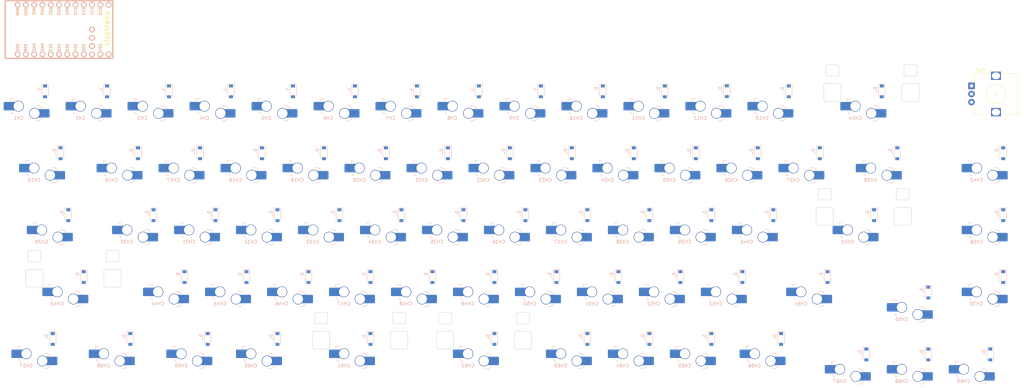
<source format=kicad_pcb>
(kicad_pcb (version 20221018) (generator pcbnew)
  (layers (0 "F.Cu" signal) (31 "B.Cu" signal) (34 "B.Paste" user) (35 "F.Paste" user) (36 "B.SilkS" user "B.Silkscreen") (37 "F.SilkS" user "F.Silkscreen") (38 "B.Mask" user) (39 "F.Mask" user) (44 "Edge.Cuts" user))
  (net 0 "")
  (net 1 "COL-0")
  (net 2 "Net-(D1-A)")
  (net 3 "COL-1")
  (net 4 "Net-(D2-A)")
  (net 5 "COL-2")
  (net 6 "Net-(D3-A)")
  (net 7 "COL-3")
  (net 8 "Net-(D4-A)")
  (net 9 "COL-4")
  (net 10 "Net-(D5-A)")
  (net 11 "COL-5")
  (net 12 "Net-(D6-A)")
  (net 13 "COL-6")
  (net 14 "Net-(D7-A)")
  (net 15 "COL-7")
  (net 16 "Net-(D8-A)")
  (net 17 "COL-8")
  (net 18 "Net-(D9-A)")
  (net 19 "COL-9")
  (net 20 "Net-(D10-A)")
  (net 21 "COL-10")
  (net 22 "Net-(D11-A)")
  (net 23 "COL-11")
  (net 24 "Net-(D12-A)")
  (net 25 "COL-12")
  (net 26 "Net-(D13-A)")
  (net 27 "COL-13")
  (net 28 "Net-(D14-A)")
  (net 29 "Net-(D15-A)")
  (net 30 "Net-(D16-A)")
  (net 31 "Net-(D17-A)")
  (net 32 "Net-(D18-A)")
  (net 33 "Net-(D19-A)")
  (net 34 "Net-(D20-A)")
  (net 35 "Net-(D21-A)")
  (net 36 "Net-(D22-A)")
  (net 37 "Net-(D23-A)")
  (net 38 "Net-(D24-A)")
  (net 39 "Net-(D25-A)")
  (net 40 "Net-(D26-A)")
  (net 41 "Net-(D27-A)")
  (net 42 "Net-(D28-A)")
  (net 43 "Net-(D29-A)")
  (net 44 "Net-(D30-A)")
  (net 45 "Net-(D31-A)")
  (net 46 "Net-(D32-A)")
  (net 47 "Net-(D33-A)")
  (net 48 "Net-(D34-A)")
  (net 49 "Net-(D35-A)")
  (net 50 "Net-(D36-A)")
  (net 51 "Net-(D37-A)")
  (net 52 "Net-(D38-A)")
  (net 53 "Net-(D39-A)")
  (net 54 "Net-(D40-A)")
  (net 55 "Net-(D41-A)")
  (net 56 "Net-(D42-A)")
  (net 57 "Net-(D43-A)")
  (net 58 "Net-(D44-A)")
  (net 59 "Net-(D45-A)")
  (net 60 "Net-(D46-A)")
  (net 61 "Net-(D47-A)")
  (net 62 "Net-(D48-A)")
  (net 63 "Net-(D49-A)")
  (net 64 "Net-(D50-A)")
  (net 65 "Net-(D51-A)")
  (net 66 "Net-(D52-A)")
  (net 67 "Net-(D53-A)")
  (net 68 "Net-(D54-A)")
  (net 69 "Net-(D55-A)")
  (net 70 "Net-(D56-A)")
  (net 71 "Net-(D57-A)")
  (net 72 "Net-(D58-A)")
  (net 73 "Net-(D59-A)")
  (net 74 "Net-(D60-A)")
  (net 75 "Net-(D61-A)")
  (net 76 "Net-(D62-A)")
  (net 77 "Net-(D63-A)")
  (net 78 "Net-(D64-A)")
  (net 79 "Net-(D65-A)")
  (net 80 "Net-(D66-A)")
  (net 81 "Net-(D67-A)")
  (net 82 "Net-(D68-A)")
  (net 83 "Net-(D69-A)")
  (net 84 "Net-(D70-A)")
  (net 85 "ROW-0")
  (net 86 "ROW-1")
  (net 87 "ROW-2")
  (net 88 "ROW-3")
  (net 89 "ROW-4")
  (net 90 "ROT-A")
  (net 91 "ROT-B")
  (net 92 "ROT-GRD")
  (footprint "Rotary_Encoder:RotaryEncoder_Alps_EC12E_Vertical_H20mm" (layer "F.Cu") (at 310.95 48.3)
    (fp_text reference "SW1")
    (fp_text value "RotaryEncoder")
  )
  (footprint "marbastlib-xp-choc:STAB_choc_2u" (layer "F.Cu") (at 34.925 107.95)
    (fp_text reference "S3" hide)
    (fp_text value "choc_stab" hide)
    (fp_line (start -14.65 1.8) (end -14.65 -2.7) (stroke (width 0.12)) (layer "Edge.Cuts"))
    (fp_line (start -14.15 -3.2) (end -9.85 -3.2) (stroke (width 0.12)) (layer "Edge.Cuts"))
    (fp_line (start -14.15 2.3) (end -9.85 2.3) (stroke (width 0.12)) (layer "Edge.Cuts"))
    (fp_line (start -14 -6) (end -14 -8.5) (stroke (width 0.12)) (layer "Edge.Cuts"))
    (fp_line (start -13.5 -9) (end -10.5 -9) (stroke (width 0.12)) (layer "Edge.Cuts"))
    (fp_line (start -13.5 -5.5) (end -10.5 -5.5) (stroke (width 0.12)) (layer "Edge.Cuts"))
    (fp_line (start -10 -6) (end -10 -8.5) (stroke (width 0.12)) (layer "Edge.Cuts"))
    (fp_line (start -9.35 1.8) (end -9.35 -2.7) (stroke (width 0.12)) (layer "Edge.Cuts"))
    (fp_line (start 9.35 1.8) (end 9.35 -2.7) (stroke (width 0.12)) (layer "Edge.Cuts"))
    (fp_line (start 10 -6) (end 10 -8.5) (stroke (width 0.12)) (layer "Edge.Cuts"))
    (fp_line (start 13.5 -9) (end 10.5 -9) (stroke (width 0.12)) (layer "Edge.Cuts"))
    (fp_line (start 13.5 -5.5) (end 10.5 -5.5) (stroke (width 0.12)) (layer "Edge.Cuts"))
    (fp_line (start 14 -6) (end 14 -8.5) (stroke (width 0.12)) (layer "Edge.Cuts"))
    (fp_line (start 14.15 -3.2) (end 9.85 -3.2) (stroke (width 0.12)) (layer "Edge.Cuts"))
    (fp_line (start 14.15 2.3) (end 9.85 2.3) (stroke (width 0.12)) (layer "Edge.Cuts"))
    (fp_line (start 14.65 1.8) (end 14.65 -2.7) (stroke (width 0.12)) (layer "Edge.Cuts"))
    (fp_arc (start -14.65 -2.7) (mid -14.503553 -3.053553) (end -14.15 -3.2) (stroke (width 0.12)) (layer "Edge.Cuts"))
    (fp_arc (start -14.15 2.3) (mid -14.503553 2.153553) (end -14.65 1.8) (stroke (width 0.12)) (layer "Edge.Cuts"))
    (fp_arc (start -14 -8.5) (mid -13.853553 -8.853553) (end -13.5 -9) (stroke (width 0.12)) (layer "Edge.Cuts"))
    (fp_arc (start -13.5 -5.5) (mid -13.853553 -5.646447) (end -14 -6) (stroke (width 0.12)) (layer "Edge.Cuts"))
    (fp_arc (start -10.5 -9) (mid -10.146447 -8.853553) (end -10 -8.5) (stroke (width 0.12)) (layer "Edge.Cuts"))
    (fp_arc (start -10 -6) (mid -10.146447 -5.646447) (end -10.5 -5.5) (stroke (width 0.12)) (layer "Edge.Cuts"))
    (fp_arc (start -9.85 -3.2) (mid -9.496447 -3.053553) (end -9.35 -2.7) (stroke (width 0.12)) (layer "Edge.Cuts"))
    (fp_arc (start -9.35 1.8) (mid -9.496447 2.153553) (end -9.85 2.3) (stroke (width 0.12)) (layer "Edge.Cuts"))
    (fp_arc (start 9.35 -2.7) (mid 9.496447 -3.053553) (end 9.85 -3.2) (stroke (width 0.12)) (layer "Edge.Cuts"))
    (fp_arc (start 9.85 2.3) (mid 9.496447 2.153553) (end 9.35 1.8) (stroke (width 0.12)) (layer "Edge.Cuts"))
    (fp_arc (start 10 -8.5) (mid 10.146447 -8.853553) (end 10.5 -9) (stroke (width 0.12)) (layer "Edge.Cuts"))
    (fp_arc (start 10.5 -5.5) (mid 10.146447 -5.646447) (end 10 -6) (stroke (width 0.12)) (layer "Edge.Cuts"))
    (fp_arc (start 13.5 -9) (mid 13.853553 -8.853553) (end 14 -8.5) (stroke (width 0.12)) (layer "Edge.Cuts"))
    (fp_arc (start 14 -6) (mid 13.853553 -5.646447) (end 13.5 -5.5) (stroke (width 0.12)) (layer "Edge.Cuts"))
    (fp_arc (start 14.15 -3.2) (mid 14.503553 -3.053553) (end 14.65 -2.7) (stroke (width 0.12)) (layer "Edge.Cuts"))
    (fp_arc (start 14.65 1.8) (mid 14.503553 2.153553) (end 14.15 2.3) (stroke (width 0.12)) (layer "Edge.Cuts"))
  )
  (footprint "marbastlib-xp-choc:STAB_choc_2u" (layer "F.Cu") (at 123.03125 127)
    (fp_text reference "S4" hide)
    (fp_text value "choc_stab" hide)
    (fp_line (start -14.65 1.8) (end -14.65 -2.7) (stroke (width 0.12)) (layer "Edge.Cuts"))
    (fp_line (start -14.15 -3.2) (end -9.85 -3.2) (stroke (width 0.12)) (layer "Edge.Cuts"))
    (fp_line (start -14.15 2.3) (end -9.85 2.3) (stroke (width 0.12)) (layer "Edge.Cuts"))
    (fp_line (start -14 -6) (end -14 -8.5) (stroke (width 0.12)) (layer "Edge.Cuts"))
    (fp_line (start -13.5 -9) (end -10.5 -9) (stroke (width 0.12)) (layer "Edge.Cuts"))
    (fp_line (start -13.5 -5.5) (end -10.5 -5.5) (stroke (width 0.12)) (layer "Edge.Cuts"))
    (fp_line (start -10 -6) (end -10 -8.5) (stroke (width 0.12)) (layer "Edge.Cuts"))
    (fp_line (start -9.35 1.8) (end -9.35 -2.7) (stroke (width 0.12)) (layer "Edge.Cuts"))
    (fp_line (start 9.35 1.8) (end 9.35 -2.7) (stroke (width 0.12)) (layer "Edge.Cuts"))
    (fp_line (start 10 -6) (end 10 -8.5) (stroke (width 0.12)) (layer "Edge.Cuts"))
    (fp_line (start 13.5 -9) (end 10.5 -9) (stroke (width 0.12)) (layer "Edge.Cuts"))
    (fp_line (start 13.5 -5.5) (end 10.5 -5.5) (stroke (width 0.12)) (layer "Edge.Cuts"))
    (fp_line (start 14 -6) (end 14 -8.5) (stroke (width 0.12)) (layer "Edge.Cuts"))
    (fp_line (start 14.15 -3.2) (end 9.85 -3.2) (stroke (width 0.12)) (layer "Edge.Cuts"))
    (fp_line (start 14.15 2.3) (end 9.85 2.3) (stroke (width 0.12)) (layer "Edge.Cuts"))
    (fp_line (start 14.65 1.8) (end 14.65 -2.7) (stroke (width 0.12)) (layer "Edge.Cuts"))
    (fp_arc (start -14.65 -2.7) (mid -14.503553 -3.053553) (end -14.15 -3.2) (stroke (width 0.12)) (layer "Edge.Cuts"))
    (fp_arc (start -14.15 2.3) (mid -14.503553 2.153553) (end -14.65 1.8) (stroke (width 0.12)) (layer "Edge.Cuts"))
    (fp_arc (start -14 -8.5) (mid -13.853553 -8.853553) (end -13.5 -9) (stroke (width 0.12)) (layer "Edge.Cuts"))
    (fp_arc (start -13.5 -5.5) (mid -13.853553 -5.646447) (end -14 -6) (stroke (width 0.12)) (layer "Edge.Cuts"))
    (fp_arc (start -10.5 -9) (mid -10.146447 -8.853553) (end -10 -8.5) (stroke (width 0.12)) (layer "Edge.Cuts"))
    (fp_arc (start -10 -6) (mid -10.146447 -5.646447) (end -10.5 -5.5) (stroke (width 0.12)) (layer "Edge.Cuts"))
    (fp_arc (start -9.85 -3.2) (mid -9.496447 -3.053553) (end -9.35 -2.7) (stroke (width 0.12)) (layer "Edge.Cuts"))
    (fp_arc (start -9.35 1.8) (mid -9.496447 2.153553) (end -9.85 2.3) (stroke (width 0.12)) (layer "Edge.Cuts"))
    (fp_arc (start 9.35 -2.7) (mid 9.496447 -3.053553) (end 9.85 -3.2) (stroke (width 0.12)) (layer "Edge.Cuts"))
    (fp_arc (start 9.85 2.3) (mid 9.496447 2.153553) (end 9.35 1.8) (stroke (width 0.12)) (layer "Edge.Cuts"))
    (fp_arc (start 10 -8.5) (mid 10.146447 -8.853553) (end 10.5 -9) (stroke (width 0.12)) (layer "Edge.Cuts"))
    (fp_arc (start 10.5 -5.5) (mid 10.146447 -5.646447) (end 10 -6) (stroke (width 0.12)) (layer "Edge.Cuts"))
    (fp_arc (start 13.5 -9) (mid 13.853553 -8.853553) (end 14 -8.5) (stroke (width 0.12)) (layer "Edge.Cuts"))
    (fp_arc (start 14 -6) (mid 13.853553 -5.646447) (end 13.5 -5.5) (stroke (width 0.12)) (layer "Edge.Cuts"))
    (fp_arc (start 14.15 -3.2) (mid 14.503553 -3.053553) (end 14.65 -2.7) (stroke (width 0.12)) (layer "Edge.Cuts"))
    (fp_arc (start 14.65 1.8) (mid 14.503553 2.153553) (end 14.15 2.3) (stroke (width 0.12)) (layer "Edge.Cuts"))
  )
  (footprint "nice-nano-kicad-master:nice_nano" (layer "F.Cu") (at 31.75 30.95625)
    (fp_text reference "U1" hide)
    (fp_text value "nice_nano" hide)
  )
  (footprint "marbastlib-xp-choc:STAB_choc_2u" (layer "F.Cu") (at 280.19375 50.8)
    (fp_text reference "S1" hide)
    (fp_text value "choc_stab" hide)
    (fp_line (start -14.65 1.8) (end -14.65 -2.7) (stroke (width 0.12)) (layer "Edge.Cuts"))
    (fp_line (start -14.15 -3.2) (end -9.85 -3.2) (stroke (width 0.12)) (layer "Edge.Cuts"))
    (fp_line (start -14.15 2.3) (end -9.85 2.3) (stroke (width 0.12)) (layer "Edge.Cuts"))
    (fp_line (start -14 -6) (end -14 -8.5) (stroke (width 0.12)) (layer "Edge.Cuts"))
    (fp_line (start -13.5 -9) (end -10.5 -9) (stroke (width 0.12)) (layer "Edge.Cuts"))
    (fp_line (start -13.5 -5.5) (end -10.5 -5.5) (stroke (width 0.12)) (layer "Edge.Cuts"))
    (fp_line (start -10 -6) (end -10 -8.5) (stroke (width 0.12)) (layer "Edge.Cuts"))
    (fp_line (start -9.35 1.8) (end -9.35 -2.7) (stroke (width 0.12)) (layer "Edge.Cuts"))
    (fp_line (start 9.35 1.8) (end 9.35 -2.7) (stroke (width 0.12)) (layer "Edge.Cuts"))
    (fp_line (start 10 -6) (end 10 -8.5) (stroke (width 0.12)) (layer "Edge.Cuts"))
    (fp_line (start 13.5 -9) (end 10.5 -9) (stroke (width 0.12)) (layer "Edge.Cuts"))
    (fp_line (start 13.5 -5.5) (end 10.5 -5.5) (stroke (width 0.12)) (layer "Edge.Cuts"))
    (fp_line (start 14 -6) (end 14 -8.5) (stroke (width 0.12)) (layer "Edge.Cuts"))
    (fp_line (start 14.15 -3.2) (end 9.85 -3.2) (stroke (width 0.12)) (layer "Edge.Cuts"))
    (fp_line (start 14.15 2.3) (end 9.85 2.3) (stroke (width 0.12)) (layer "Edge.Cuts"))
    (fp_line (start 14.65 1.8) (end 14.65 -2.7) (stroke (width 0.12)) (layer "Edge.Cuts"))
    (fp_arc (start -14.65 -2.7) (mid -14.503553 -3.053553) (end -14.15 -3.2) (stroke (width 0.12)) (layer "Edge.Cuts"))
    (fp_arc (start -14.15 2.3) (mid -14.503553 2.153553) (end -14.65 1.8) (stroke (width 0.12)) (layer "Edge.Cuts"))
    (fp_arc (start -14 -8.5) (mid -13.853553 -8.853553) (end -13.5 -9) (stroke (width 0.12)) (layer "Edge.Cuts"))
    (fp_arc (start -13.5 -5.5) (mid -13.853553 -5.646447) (end -14 -6) (stroke (width 0.12)) (layer "Edge.Cuts"))
    (fp_arc (start -10.5 -9) (mid -10.146447 -8.853553) (end -10 -8.5) (stroke (width 0.12)) (layer "Edge.Cuts"))
    (fp_arc (start -10 -6) (mid -10.146447 -5.646447) (end -10.5 -5.5) (stroke (width 0.12)) (layer "Edge.Cuts"))
    (fp_arc (start -9.85 -3.2) (mid -9.496447 -3.053553) (end -9.35 -2.7) (stroke (width 0.12)) (layer "Edge.Cuts"))
    (fp_arc (start -9.35 1.8) (mid -9.496447 2.153553) (end -9.85 2.3) (stroke (width 0.12)) (layer "Edge.Cuts"))
    (fp_arc (start 9.35 -2.7) (mid 9.496447 -3.053553) (end 9.85 -3.2) (stroke (width 0.12)) (layer "Edge.Cuts"))
    (fp_arc (start 9.85 2.3) (mid 9.496447 2.153553) (end 9.35 1.8) (stroke (width 0.12)) (layer "Edge.Cuts"))
    (fp_arc (start 10 -8.5) (mid 10.146447 -8.853553) (end 10.5 -9) (stroke (width 0.12)) (layer "Edge.Cuts"))
    (fp_arc (start 10.5 -5.5) (mid 10.146447 -5.646447) (end 10 -6) (stroke (width 0.12)) (layer "Edge.Cuts"))
    (fp_arc (start 13.5 -9) (mid 13.853553 -8.853553) (end 14 -8.5) (stroke (width 0.12)) (layer "Edge.Cuts"))
    (fp_arc (start 14 -6) (mid 13.853553 -5.646447) (end 13.5 -5.5) (stroke (width 0.12)) (layer "Edge.Cuts"))
    (fp_arc (start 14.15 -3.2) (mid 14.503553 -3.053553) (end 14.65 -2.7) (stroke (width 0.12)) (layer "Edge.Cuts"))
    (fp_arc (start 14.65 1.8) (mid 14.503553 2.153553) (end 14.15 2.3) (stroke (width 0.12)) (layer "Edge.Cuts"))
  )
  (footprint "marbastlib-xp-choc:STAB_choc_2u" (layer "F.Cu") (at 277.8125 88.9)
    (fp_text reference "S2" hide)
    (fp_text value "choc_stab" hide)
    (fp_line (start -14.65 1.8) (end -14.65 -2.7) (stroke (width 0.12)) (layer "Edge.Cuts"))
    (fp_line (start -14.15 -3.2) (end -9.85 -3.2) (stroke (width 0.12)) (layer "Edge.Cuts"))
    (fp_line (start -14.15 2.3) (end -9.85 2.3) (stroke (width 0.12)) (layer "Edge.Cuts"))
    (fp_line (start -14 -6) (end -14 -8.5) (stroke (width 0.12)) (layer "Edge.Cuts"))
    (fp_line (start -13.5 -9) (end -10.5 -9) (stroke (width 0.12)) (layer "Edge.Cuts"))
    (fp_line (start -13.5 -5.5) (end -10.5 -5.5) (stroke (width 0.12)) (layer "Edge.Cuts"))
    (fp_line (start -10 -6) (end -10 -8.5) (stroke (width 0.12)) (layer "Edge.Cuts"))
    (fp_line (start -9.35 1.8) (end -9.35 -2.7) (stroke (width 0.12)) (layer "Edge.Cuts"))
    (fp_line (start 9.35 1.8) (end 9.35 -2.7) (stroke (width 0.12)) (layer "Edge.Cuts"))
    (fp_line (start 10 -6) (end 10 -8.5) (stroke (width 0.12)) (layer "Edge.Cuts"))
    (fp_line (start 13.5 -9) (end 10.5 -9) (stroke (width 0.12)) (layer "Edge.Cuts"))
    (fp_line (start 13.5 -5.5) (end 10.5 -5.5) (stroke (width 0.12)) (layer "Edge.Cuts"))
    (fp_line (start 14 -6) (end 14 -8.5) (stroke (width 0.12)) (layer "Edge.Cuts"))
    (fp_line (start 14.15 -3.2) (end 9.85 -3.2) (stroke (width 0.12)) (layer "Edge.Cuts"))
    (fp_line (start 14.15 2.3) (end 9.85 2.3) (stroke (width 0.12)) (layer "Edge.Cuts"))
    (fp_line (start 14.65 1.8) (end 14.65 -2.7) (stroke (width 0.12)) (layer "Edge.Cuts"))
    (fp_arc (start -14.65 -2.7) (mid -14.503553 -3.053553) (end -14.15 -3.2) (stroke (width 0.12)) (layer "Edge.Cuts"))
    (fp_arc (start -14.15 2.3) (mid -14.503553 2.153553) (end -14.65 1.8) (stroke (width 0.12)) (layer "Edge.Cuts"))
    (fp_arc (start -14 -8.5) (mid -13.853553 -8.853553) (end -13.5 -9) (stroke (width 0.12)) (layer "Edge.Cuts"))
    (fp_arc (start -13.5 -5.5) (mid -13.853553 -5.646447) (end -14 -6) (stroke (width 0.12)) (layer "Edge.Cuts"))
    (fp_arc (start -10.5 -9) (mid -10.146447 -8.853553) (end -10 -8.5) (stroke (width 0.12)) (layer "Edge.Cuts"))
    (fp_arc (start -10 -6) (mid -10.146447 -5.646447) (end -10.5 -5.5) (stroke (width 0.12)) (layer "Edge.Cuts"))
    (fp_arc (start -9.85 -3.2) (mid -9.496447 -3.053553) (end -9.35 -2.7) (stroke (width 0.12)) (layer "Edge.Cuts"))
    (fp_arc (start -9.35 1.8) (mid -9.496447 2.153553) (end -9.85 2.3) (stroke (width 0.12)) (layer "Edge.Cuts"))
    (fp_arc (start 9.35 -2.7) (mid 9.496447 -3.053553) (end 9.85 -3.2) (stroke (width 0.12)) (layer "Edge.Cuts"))
    (fp_arc (start 9.85 2.3) (mid 9.496447 2.153553) (end 9.35 1.8) (stroke (width 0.12)) (layer "Edge.Cuts"))
    (fp_arc (start 10 -8.5) (mid 10.146447 -8.853553) (end 10.5 -9) (stroke (width 0.12)) (layer "Edge.Cuts"))
    (fp_arc (start 10.5 -5.5) (mid 10.146447 -5.646447) (end 10 -6) (stroke (width 0.12)) (layer "Edge.Cuts"))
    (fp_arc (start 13.5 -9) (mid 13.853553 -8.853553) (end 14 -8.5) (stroke (width 0.12)) (layer "Edge.Cuts"))
    (fp_arc (start 14 -6) (mid 13.853553 -5.646447) (end 13.5 -5.5) (stroke (width 0.12)) (layer "Edge.Cuts"))
    (fp_arc (start 14.15 -3.2) (mid 14.503553 -3.053553) (end 14.65 -2.7) (stroke (width 0.12)) (layer "Edge.Cuts"))
    (fp_arc (start 14.65 1.8) (mid 14.503553 2.153553) (end 14.15 2.3) (stroke (width 0.12)) (layer "Edge.Cuts"))
  )
  (footprint "marbastlib-xp-choc:STAB_choc_2u" (layer "F.Cu") (at 161.13125 127)
    (fp_text reference "S5" hide)
    (fp_text value "choc_stab" hide)
    (fp_line (start -14.65 1.8) (end -14.65 -2.7) (stroke (width 0.12)) (layer "Edge.Cuts"))
    (fp_line (start -14.15 -3.2) (end -9.85 -3.2) (stroke (width 0.12)) (layer "Edge.Cuts"))
    (fp_line (start -14.15 2.3) (end -9.85 2.3) (stroke (width 0.12)) (layer "Edge.Cuts"))
    (fp_line (start -14 -6) (end -14 -8.5) (stroke (width 0.12)) (layer "Edge.Cuts"))
    (fp_line (start -13.5 -9) (end -10.5 -9) (stroke (width 0.12)) (layer "Edge.Cuts"))
    (fp_line (start -13.5 -5.5) (end -10.5 -5.5) (stroke (width 0.12)) (layer "Edge.Cuts"))
    (fp_line (start -10 -6) (end -10 -8.5) (stroke (width 0.12)) (layer "Edge.Cuts"))
    (fp_line (start -9.35 1.8) (end -9.35 -2.7) (stroke (width 0.12)) (layer "Edge.Cuts"))
    (fp_line (start 9.35 1.8) (end 9.35 -2.7) (stroke (width 0.12)) (layer "Edge.Cuts"))
    (fp_line (start 10 -6) (end 10 -8.5) (stroke (width 0.12)) (layer "Edge.Cuts"))
    (fp_line (start 13.5 -9) (end 10.5 -9) (stroke (width 0.12)) (layer "Edge.Cuts"))
    (fp_line (start 13.5 -5.5) (end 10.5 -5.5) (stroke (width 0.12)) (layer "Edge.Cuts"))
    (fp_line (start 14 -6) (end 14 -8.5) (stroke (width 0.12)) (layer "Edge.Cuts"))
    (fp_line (start 14.15 -3.2) (end 9.85 -3.2) (stroke (width 0.12)) (layer "Edge.Cuts"))
    (fp_line (start 14.15 2.3) (end 9.85 2.3) (stroke (width 0.12)) (layer "Edge.Cuts"))
    (fp_line (start 14.65 1.8) (end 14.65 -2.7) (stroke (width 0.12)) (layer "Edge.Cuts"))
    (fp_arc (start -14.65 -2.7) (mid -14.503553 -3.053553) (end -14.15 -3.2) (stroke (width 0.12)) (layer "Edge.Cuts"))
    (fp_arc (start -14.15 2.3) (mid -14.503553 2.153553) (end -14.65 1.8) (stroke (width 0.12)) (layer "Edge.Cuts"))
    (fp_arc (start -14 -8.5) (mid -13.853553 -8.853553) (end -13.5 -9) (stroke (width 0.12)) (layer "Edge.Cuts"))
    (fp_arc (start -13.5 -5.5) (mid -13.853553 -5.646447) (end -14 -6) (stroke (width 0.12)) (layer "Edge.Cuts"))
    (fp_arc (start -10.5 -9) (mid -10.146447 -8.853553) (end -10 -8.5) (stroke (width 0.12)) (layer "Edge.Cuts"))
    (fp_arc (start -10 -6) (mid -10.146447 -5.646447) (end -10.5 -5.5) (stroke (width 0.12)) (layer "Edge.Cuts"))
    (fp_arc (start -9.85 -3.2) (mid -9.496447 -3.053553) (end -9.35 -2.7) (stroke (width 0.12)) (layer "Edge.Cuts"))
    (fp_arc (start -9.35 1.8) (mid -9.496447 2.153553) (end -9.85 2.3) (stroke (width 0.12)) (layer "Edge.Cuts"))
    (fp_arc (start 9.35 -2.7) (mid 9.496447 -3.053553) (end 9.85 -3.2) (stroke (width 0.12)) (layer "Edge.Cuts"))
    (fp_arc (start 9.85 2.3) (mid 9.496447 2.153553) (end 9.35 1.8) (stroke (width 0.12)) (layer "Edge.Cuts"))
    (fp_arc (start 10 -8.5) (mid 10.146447 -8.853553) (end 10.5 -9) (stroke (width 0.12)) (layer "Edge.Cuts"))
    (fp_arc (start 10.5 -5.5) (mid 10.146447 -5.646447) (end 10 -6) (stroke (width 0.12)) (layer "Edge.Cuts"))
    (fp_arc (start 13.5 -9) (mid 13.853553 -8.853553) (end 14 -8.5) (stroke (width 0.12)) (layer "Edge.Cuts"))
    (fp_arc (start 14 -6) (mid 13.853553 -5.646447) (end 13.5 -5.5) (stroke (width 0.12)) (layer "Edge.Cuts"))
    (fp_arc (start 14.15 -3.2) (mid 14.503553 -3.053553) (end 14.65 -2.7) (stroke (width 0.12)) (layer "Edge.Cuts"))
    (fp_arc (start 14.65 1.8) (mid 14.503553 2.153553) (end 14.15 2.3) (stroke (width 0.12)) (layer "Edge.Cuts"))
  )
  (footprint "Diode_SMD:D_SOD-123" (layer "B.Cu") (at 297.65625 111.91875 -90)
    (fp_text reference "D55")
    (fp_text value "D_Small")
  )
  (footprint "marbastlib-choc:SW_choc_v1_HS_1u" (layer "B.Cu") (at 242.09375 69.85 180)
    (fp_text reference "CH26")
    (fp_text value "choc_SW_HS" hide)
  )
  (footprint "Diode_SMD:D_SOD-123" (layer "B.Cu") (at 245.26875 69.05625 -90)
    (fp_text reference "D26")
    (fp_text value "D_Small")
  )
  (footprint "Diode_SMD:D_SOD-123" (layer "B.Cu") (at 320.675 88.10625 -90)
    (fp_text reference "D56")
    (fp_text value "D_Small")
  )
  (footprint "marbastlib-choc:SW_choc_v1_HS_1u" (layer "B.Cu") (at 132.55625 88.9 180)
    (fp_text reference "CH34")
    (fp_text value "choc_SW_HS" hide)
  )
  (footprint "marbastlib-choc:SW_choc_v1_HS_1u" (layer "B.Cu") (at 180.18125 107.95 180)
    (fp_text reference "CH50")
    (fp_text value "choc_SW_HS" hide)
  )
  (footprint "marbastlib-choc:SW_choc_v1_HS_1u" (layer "B.Cu") (at 261.14375 69.85 180)
    (fp_text reference "CH27")
    (fp_text value "choc_SW_HS" hide)
  )
  (footprint "marbastlib-choc:SW_choc_v1_HS_1u" (layer "B.Cu") (at 199.23125 107.95 180)
    (fp_text reference "CH51")
    (fp_text value "choc_SW_HS" hide)
  )
  (footprint "Diode_SMD:D_SOD-123" (layer "B.Cu") (at 173.83125 88.10625 -90)
    (fp_text reference "D36")
    (fp_text value "D_Small")
  )
  (footprint "marbastlib-choc:SW_choc_v1_HS_1u" (layer "B.Cu") (at 142.08125 107.95 180)
    (fp_text reference "CH48")
    (fp_text value "choc_SW_HS" hide)
  )
  (footprint "marbastlib-choc:SW_choc_v1_HS_1u" (layer "B.Cu") (at 184.94375 69.85 180)
    (fp_text reference "CH23")
    (fp_text value "choc_SW_HS" hide)
  )
  (footprint "marbastlib-choc:SW_choc_v1_HS_1u" (layer "B.Cu") (at 280.19375 50.8 180)
    (fp_text reference "CH14")
    (fp_text value "choc_SW_HS" hide)
  )
  (footprint "Diode_SMD:D_SOD-123" (layer "B.Cu") (at 135.73125 88.10625 -90)
    (fp_text reference "D34")
    (fp_text value "D_Small")
  )
  (footprint "marbastlib-choc:SW_choc_v1_HS_1u" (layer "B.Cu") (at 108.74375 69.85 180)
    (fp_text reference "CH19")
    (fp_text value "choc_SW_HS" hide)
  )
  (footprint "marbastlib-choc:SW_choc_v1_HS_1u" (layer "B.Cu") (at 208.75625 127 180)
    (fp_text reference "CH64")
    (fp_text value "choc_SW_HS" hide)
  )
  (footprint "Diode_SMD:D_SOD-123" (layer "B.Cu") (at 159.54375 50.00625 -90)
    (fp_text reference "D8")
    (fp_text value "D_Small")
  )
  (footprint "Diode_SMD:D_SOD-123" (layer "B.Cu") (at 164.30625 107.15625 -90)
    (fp_text reference "D49")
    (fp_text value "D_Small")
  )
  (footprint "marbastlib-choc:SW_choc_v1_HS_1u" (layer "B.Cu") (at 232.56875 50.8 180)
    (fp_text reference "CH12")
    (fp_text value "choc_SW_HS" hide)
  )
  (footprint "marbastlib-choc:SW_choc_v1_HS_1u" (layer "B.Cu") (at 99.21875 50.8 180)
    (fp_text reference "CH5")
    (fp_text value "choc_SW_HS" hide)
  )
  (footprint "marbastlib-choc:SW_choc_v1_HS_1u" (layer "B.Cu") (at 170.65625 88.9 180)
    (fp_text reference "CH36")
    (fp_text value "choc_SW_HS" hide)
  )
  (footprint "Diode_SMD:D_SOD-123" (layer "B.Cu") (at 320.675 107.15625 -90)
    (fp_text reference "D70")
    (fp_text value "D_Small")
  )
  (footprint "marbastlib-choc:SW_choc_v1_HS_1u" (layer "B.Cu") (at 137.31875 50.8 180)
    (fp_text reference "CH7")
    (fp_text value "choc_SW_HS" hide)
  )
  (footprint "marbastlib-choc:SW_choc_v1_HS_1u" (layer "B.Cu") (at 251.61875 50.8 180)
    (fp_text reference "CH13")
    (fp_text value "choc_SW_HS" hide)
  )
  (footprint "marbastlib-choc:SW_choc_v1_HS_1u" (layer "B.Cu") (at 227.80625 88.9 180)
    (fp_text reference "CH39")
    (fp_text value "choc_SW_HS" hide)
  )
  (footprint "Diode_SMD:D_SOD-123" (layer "B.Cu") (at 102.39375 50.00625 -90)
    (fp_text reference "D5")
    (fp_text value "D_Small")
  )
  (footprint "Diode_SMD:D_SOD-123" (layer "B.Cu") (at 26.19375 50.00625 -90)
    (fp_text reference "D1")
    (fp_text value "D_Small")
  )
  (footprint "Diode_SMD:D_SOD-123" (layer "B.Cu") (at 192.88125 126.20625 -90)
    (fp_text reference "D63")
    (fp_text value "D_Small")
  )
  (footprint "Diode_SMD:D_SOD-123" (layer "B.Cu") (at 207.16875 69.05625 -90)
    (fp_text reference "D24")
    (fp_text value "D_Small")
  )
  (footprint "marbastlib-choc:SW_choc_v1_HS_1u" (layer "B.Cu") (at 194.46875 50.8 180)
    (fp_text reference "CH10")
    (fp_text value "choc_SW_HS" hide)
  )
  (footprint "Diode_SMD:D_SOD-123" (layer "B.Cu") (at 235.74375 49.94375 -90)
    (fp_text reference "D12")
    (fp_text value "D_Small")
  )
  (footprint "Diode_SMD:D_SOD-123" (layer "B.Cu") (at 38.1 107.15625 -90)
    (fp_text reference "D43")
    (fp_text value "D_Small")
  )
  (footprint "Diode_SMD:D_SOD-123" (layer "B.Cu") (at 169.06875 69.05625 -90)
    (fp_text reference "D22")
    (fp_text value "D_Small")
  )
  (footprint "marbastlib-choc:SW_choc_v1_HS_1u" (layer "B.Cu") (at 189.70625 88.9 180)
    (fp_text reference "CH37")
    (fp_text value "choc_SW_HS" hide)
  )
  (footprint "marbastlib-choc:SW_choc_v1_HS_1u" (layer "B.Cu") (at 237.33125 107.95 180)
    (fp_text reference "CH53")
    (fp_text value "choc_SW_HS" hide)
  )
  (footprint "Diode_SMD:D_SOD-123" (layer "B.Cu") (at 76.2 126.20625 -90)
    (fp_text reference "D59")
    (fp_text value "D_Small")
  )
  (footprint "Diode_SMD:D_SOD-123" (layer "B.Cu") (at 52.3875 126.20625 -90)
    (fp_text reference "D58")
    (fp_text value "D_Small")
  )
  (footprint "Diode_SMD:D_SOD-123" (layer "B.Cu") (at 297.65625 130.96875 -90)
    (fp_text reference "D68")
    (fp_text value "D_Small")
  )
  (footprint "marbastlib-choc:SW_choc_v1_HS_1u" (layer "B.Cu") (at 94.45625 127 180)
    (fp_text reference "CH60")
    (fp_text value "choc_SW_HS" hide)
  )
  (footprint "Diode_SMD:D_SOD-123" (layer "B.Cu") (at 64.29375 50.00625 -90)
    (fp_text reference "D3")
    (fp_text value "D_Small")
  )
  (footprint "marbastlib-choc:SW_choc_v1_HS_1u" (layer "B.Cu") (at 23.01875 50.8 180)
    (fp_text reference "CH1")
    (fp_text value "choc_SW_HS" hide)
  )
  (footprint "Diode_SMD:D_SOD-123" (layer "B.Cu") (at 197.64375 50.00625 -90)
    (fp_text reference "D10")
    (fp_text value "D_Small")
  )
  (footprint "Diode_SMD:D_SOD-123" (layer "B.Cu") (at 111.91875 69.05625 -90)
    (fp_text reference "D19")
    (fp_text value "D_Small")
  )
  (footprint "Diode_SMD:D_SOD-123" (layer "B.Cu") (at 188.11875 69.05625 -90)
    (fp_text reference "D23")
    (fp_text value "D_Small")
  )
  (footprint "marbastlib-choc:SW_choc_v1_HS_1u" (layer "B.Cu") (at 313.53125 131.7625 180)
    (fp_text reference "CH69")
    (fp_text value "choc_SW_HS" hide)
  )
  (footprint "Diode_SMD:D_SOD-123" (layer "B.Cu") (at 221.45625 107.15625 -90)
    (fp_text reference "D52")
    (fp_text value "D_Small")
  )
  (footprint "marbastlib-choc:SW_choc_v1_HS_1u" (layer "B.Cu") (at 213.51875 50.8 180)
    (fp_text reference "CH11")
    (fp_text value "choc_SW_HS" hide)
  )
  (footprint "Diode_SMD:D_SOD-123" (layer "B.Cu") (at 107.15625 107.15625 -90)
    (fp_text reference "D46")
    (fp_text value "D_Small")
  )
  (footprint "marbastlib-choc:SW_choc_v1_HS_1.75u" (layer "B.Cu") (at 263.525 107.95 180)
    (fp_text reference "CH54")
    (fp_text value "choc_SW_HS" hide)
  )
  (footprint "Diode_SMD:D_SOD-123" (layer "B.Cu") (at 283.36875 50.00625 -90)
    (fp_text reference "D14")
    (fp_text value "D_Small")
  )
  (footprint "marbastlib-choc:SW_choc_v1_HS_1u" (layer "B.Cu") (at 127.79375 69.85 180)
    (fp_text reference "CH20")
    (fp_text value "choc_SW_HS" hide)
  )
  (footprint "marbastlib-choc:SW_choc_v1_HS_1u" (layer "B.Cu") (at 165.89375 69.85 180)
    (fp_text reference "CH22")
    (fp_text value "choc_SW_HS" hide)
  )
  (footprint "Diode_SMD:D_SOD-123" (layer "B.Cu") (at 126.20625 107.15625 -90)
    (fp_text reference "D47")
    (fp_text value "D_Small")
  )
  (footprint "Diode_SMD:D_SOD-123" (layer "B.Cu") (at 83.34375 50.00625 -90)
    (fp_text reference "D4")
    (fp_text value "D_Small")
  )
  (footprint "Diode_SMD:D_SOD-123" (layer "B.Cu") (at 30.95625 69.05625 -90)
    (fp_text reference "D15")
    (fp_text value "D_Small")
  )
  (footprint "Diode_SMD:D_SOD-123" (layer "B.Cu") (at 178.59375 50.00625 -90)
    (fp_text reference "D9")
    (fp_text value "D_Small")
  )
  (footprint "marbastlib-choc:SW_choc_v1_HS_1u" (layer "B.Cu") (at 89.69375 69.85 180)
    (fp_text reference "CH18")
    (fp_text value "choc_SW_HS" hide)
  )
  (footprint "Diode_SMD:D_SOD-123" (layer "B.Cu") (at 73.81875 69.05625 -90)
    (fp_text reference "D17")
    (fp_text value "D_Small")
  )
  (footprint "Diode_SMD:D_SOD-123" (layer "B.Cu") (at 33.3375 88.10625 -90)
    (fp_text reference "D29")
    (fp_text value "D_Small")
  )
  (footprint "marbastlib-choc:SW_choc_v1_HS_1u" (layer "B.Cu") (at 277.8125 88.9 180)
    (fp_text reference "CH41")
    (fp_text value "choc_SW_HS" hide)
  )
  (footprint "Diode_SMD:D_SOD-123" (layer "B.Cu") (at 288.13125 69.05625 -90)
    (fp_text reference "D28")
    (fp_text value "D_Small")
  )
  (footprint "marbastlib-choc:SW_choc_v1_HS_1u" (layer "B.Cu") (at 151.60625 88.9 180)
    (fp_text reference "CH35")
    (fp_text value "choc_SW_HS" hide)
  )
  (footprint "Diode_SMD:D_SOD-123" (layer "B.Cu") (at 88.10625 107.15625 -90)
    (fp_text reference "D45")
    (fp_text value "D_Small")
  )
  (footprint "Diode_SMD:D_SOD-123" (layer "B.Cu") (at 126.20625 126.20625 -90)
    (fp_text reference "D61")
    (fp_text value "D_Small")
  )
  (footprint "marbastlib-choc:SW_choc_v1_HS_1u" (layer "B.Cu") (at 34.925 107.95 180)
    (fp_text reference "CH43")
    (fp_text value "choc_SW_HS" hide)
  )
  (footprint "marbastlib-choc:SW_choc_v1_HS_1.25u" (layer "B.Cu") (at 49.2125 127 180)
    (fp_text reference "CH58")
    (fp_text value "choc_SW_HS" hide)
  )
  (footprint "marbastlib-choc:SW_choc_v1_HS_1.25u" (layer "B.Cu") (at 25.4 127 180)
    (fp_text reference "CH57")
    (fp_text value "choc_SW_HS" hide)
  )
  (footprint "marbastlib-choc:SW_choc_v1_HS_1u" (layer "B.Cu") (at 123.03125 127 180)
    (fp_text reference "CH61")
    (fp_text value "choc_SW_HS" hide)
  )
  (footprint "marbastlib-choc:SW_choc_v1_HS_1.25u" (layer "B.Cu") (at 249.2375 127 180)
    (fp_text reference "CH66")
    (fp_text value "choc_SW_HS" hide)
  )
  (footprint "marbastlib-choc:SW_choc_v1_HS_1u" (layer "B.Cu") (at 189.70625 127 180)
    (fp_text reference "CH63")
    (fp_text value "choc_SW_HS" hide)
  )
  (footprint "marbastlib-choc:SW_choc_v1_HS_1u" (layer "B.Cu") (at 80.16875 50.8 180)
    (fp_text reference "CH4")
    (fp_text value "choc_SW_HS" hide)
  )
  (footprint "marbastlib-choc:SW_choc_v1_HS_1.5u" (layer "B.Cu") (at 284.95625 69.85 180)
    (fp_text reference "CH28")
    (fp_text value "choc_SW_HS" hide)
  )
  (footprint "marbastlib-choc:SW_choc_v1_HS_1u" (layer "B.Cu") (at 75.40625 88.9 180)
    (fp_text reference "CH31")
    (fp_text value "choc_SW_HS" hide)
  )
  (footprint "Diode_SMD:D_SOD-123" (layer "B.Cu") (at 150.01875 69.05625 -90)
    (fp_text reference "D21")
    (fp_text value "D_Small")
  )
  (footprint "marbastlib-choc:SW_choc_v1_HS_1u" (layer "B.Cu") (at 146.84375 69.85 180)
    (fp_text reference "CH21")
    (fp_text value "choc_SW_HS" hide)
  )
  (footprint "marbastlib-choc:SW_choc_v1_HS_1.5u" (layer "B.Cu") (at 27.78125 69.85 180)
    (fp_text reference "CH15")
    (fp_text value "choc_SW_HS" hide)
  )
  (footprint "Diode_SMD:D_SOD-123" (layer "B.Cu") (at 230.98125 88.10625 -90)
    (fp_text reference "D39")
    (fp_text value "D_Small")
  )
  (footprint "marbastlib-choc:SW_choc_v1_HS_1u" (layer "B.Cu") (at 175.41875 50.8 180)
    (fp_text reference "CH9")
    (fp_text value "choc_SW_HS" hide)
  )
  (footprint "marbastlib-choc:SW_choc_v1_HS_1.75u" (layer "B.Cu") (at 30.1625 88.9 180)
    (fp_text reference "CH29")
    (fp_text value "choc_SW_HS" hide)
  )
  (footprint "marbastlib-choc:SW_choc_v1_HS_1u" (layer "B.Cu") (at 161.13125 107.95 180)
    (fp_text reference "CH49")
    (fp_text value "choc_SW_HS" hide)
  )
  (footprint "Diode_SMD:D_SOD-123" (layer "B.Cu") (at 254.79375 50.00625 -90)
    (fp_text reference "D13")
    (fp_text value "D_Small")
  )
  (footprint "marbastlib-choc:SW_choc_v1_HS_1u" (layer "B.Cu") (at 94.45625 88.9 180)
    (fp_text reference "CH32")
    (fp_text value "choc_SW_HS" hide)
  )
  (footprint "Diode_SMD:D_SOD-123" (layer "B.Cu") (at 264.31875 69.05625 -90)
    (fp_text reference "D27")
    (fp_text value "D_Small")
  )
  (footprint "Diode_SMD:D_SOD-123" (layer "B.Cu") (at 130.96875 69.05625 -90)
    (fp_text reference "D20")
    (fp_text value "D_Small")
  )
  (footprint "Diode_SMD:D_SOD-123" (layer "B.Cu") (at 145.25625 107.15625 -90)
    (fp_text reference "D48")
    (fp_text value "D_Small")
  )
  (footprint "Diode_SMD:D_SOD-123" (layer "B.Cu") (at 240.50625 107.15625 -90)
    (fp_text reference "D53")
    (fp_text value "D_Small")
  )
  (footprint "marbastlib-choc:SW_choc_v1_HS_1u" (layer "B.Cu") (at 317.5 88.9 180)
    (fp_text reference "CH56")
    (fp_text value "choc_SW_HS" hide)
  )
  (footprint "Diode_SMD:D_SOD-123" (layer "B.Cu") (at 202.40625 107.15625 -90)
    (fp_text reference "D51")
    (fp_text value "D_Small")
  )
  (footprint "Diode_SMD:D_SOD-123" (layer "B.Cu") (at 97.63125 88.10625 -90)
    (fp_text reference "D32")
    (fp_text value "D_Small")
  )
  (footprint "Diode_SMD:D_SOD-123" (layer "B.Cu") (at 226.21875 69.05625 -90)
    (fp_text reference "D25")
    (fp_text value "D_Small")
  )
  (footprint "Diode_SMD:D_SOD-123" (layer "B.Cu") (at 320.675 69.05625 -90)
    (fp_text reference "D42")
    (fp_text value "D_Small")
  )
  (footprint "Diode_SMD:D_SOD-123" (layer "B.Cu") (at 250.03125 88.10625 -90)
    (fp_text reference "D40")
    (fp_text value "D_Small")
  )
  (footprint "marbastlib-choc:SW_choc_v1_HS_1u" (layer "B.Cu") (at 203.99375 69.85 180)
    (fp_text reference "CH24")
    (fp_text value "choc_SW_HS" hide)
  )
  (footprint "marbastlib-choc:SW_choc_v1_HS_1u" (layer "B.Cu") (at 118.26875 50.8 180)
    (fp_text reference "CH6")
    (fp_text value "choc_SW_HS" hide)
  )
  (footprint "Diode_SMD:D_SOD-123" (layer "B.Cu") (at 121.44375 50.00625 -90)
    (fp_text reference "D6")
    (fp_text value "D_Small")
  )
  (footprint "marbastlib-choc:SW_choc_v1_HS_1u" (layer "B.Cu") (at 317.5 107.95 180)
    (fp_text reference "CH70")
    (fp_text value "choc_SW_HS" hide)
  )
  (footprint "marbastlib-choc:SW_choc_v1_HS_1u" (layer "B.Cu") (at 42.06875 50.8 180)
    (fp_text reference "CH2")
    (fp_text value "choc_SW_HS" hide)
  )
  (footprint "marbastlib-choc:SW_choc_v1_HS_1u" (layer "B.Cu") (at 51.59375 69.85 180)
    (fp_text reference "CH16")
    (fp_text value "choc_SW_HS" hide)
  )
  (footprint "Diode_SMD:D_SOD-123" (layer "B.Cu") (at 69.05625 107.15625 -90)
    (fp_text reference "D44")
    (fp_text value "D_Small")
  )
  (footprint "marbastlib-choc:SW_choc_v1_HS_1u" (layer "B.Cu") (at 70.64375 69.85 180)
    (fp_text reference "CH17")
    (fp_text value "choc_SW_HS" hide)
  )
  (footprint "marbastlib-choc:SW_choc_v1_HS_1u" (layer "B.Cu") (at 294.48125 131.7625 180)
    (fp_text reference "CH68")
    (fp_text value "choc_SW_HS" hide)
  )
  (footprint "Diode_SMD:D_SOD-123" (layer "B.Cu") (at 116.68125 88.10625 -90)
    (fp_text reference "D33")
    (fp_text value "D_Small")
  )
  (footprint "Diode_SMD:D_SOD-123" (layer "B.Cu") (at 54.76875 69.05625 -90)
    (fp_text reference "D16")
    (fp_text value "D_Small")
  )
  (footprint "Diode_SMD:D_SOD-123" (layer "B.Cu") (at 92.86875 69.05625 -90)
    (fp_text reference "D18")
    (fp_text value "D_Small")
  )
  (footprint "marbastlib-choc:SW_choc_v1_HS_1u" (layer "B.Cu") (at 113.50625 88.9 180)
    (fp_text reference "CH33")
    (fp_text value "choc_SW_HS" hide)
  )
  (footprint "marbastlib-choc:SW_choc_v1_HS_1u" (layer "B.Cu") (at 275.43125 131.7625 180)
    (fp_text reference "CH67")
    (fp_text value "choc_SW_HS" hide)
  )
  (footprint "Diode_SMD:D_SOD-123" (layer "B.Cu") (at 230.98125 126.20625 -90)
    (fp_text reference "D65")
    (fp_text value "D_Small")
  )
  (footprint "Diode_SMD:D_SOD-123" (layer "B.Cu") (at 97.63125 126.20625 -90)
    (fp_text reference "D60")
    (fp_text value "D_Small")
  )
  (footprint "marbastlib-choc:SW_choc_v1_HS_1u" (layer "B.Cu") (at 218.28125 107.95 180)
    (fp_text reference "CH52")
    (fp_text value "choc_SW_HS" hide)
  )
  (footprint "Diode_SMD:D_SOD-123" (layer "B.Cu") (at 211.93125 126.20625 -90)
    (fp_text reference "D64")
    (fp_text value "D_Small")
  )
  (footprint "Diode_SMD:D_SOD-123" (layer "B.Cu") (at 140.49375 50.00625 -90)
    (fp_text reference "D7")
    (fp_text value "D_Small")
  )
  (footprint "Diode_SMD:D_SOD-123" (layer "B.Cu") (at 211.93125 88.10625 -90)
    (fp_text reference "D38")
    (fp_text value "D_Small")
  )
  (footprint "Diode_SMD:D_SOD-123" (layer "B.Cu") (at 278.60625 130.96875 -90)
    (fp_text reference "D67")
    (fp_text value "D_Small")
  )
  (footprint "marbastlib-choc:SW_choc_v1_HS_1u" (layer "B.Cu") (at 84.93125 107.95 180)
    (fp_text reference "CH45")
    (fp_text value "choc_SW_HS" hide)
  )
  (footprint "marbastlib-choc:SW_choc_v1_HS_1u" (layer "B.Cu") (at 294.48125 112.7125 180)
    (fp_text reference "CH55")
    (fp_text value "choc_SW_HS" hide)
  )
  (footprint "Diode_SMD:D_SOD-123" (layer "B.Cu") (at 192.88125 88.10625 -90)
    (fp_text reference "D37")
    (fp_text value "D_Small")
  )
  (footprint "marbastlib-choc:SW_choc_v1_HS_1u" (layer "B.Cu") (at 123.03125 107.95 180)
    (fp_text reference "CH47")
    (fp_text value "choc_SW_HS" hide)
  )
  (footprint "marbastlib-choc:SW_choc_v1_HS_1u" (layer "B.Cu") (at 65.88125 107.95 180)
    (fp_text reference "CH44")
    (fp_text value "choc_SW_HS" hide)
  )
  (footprint "Diode_SMD:D_SOD-123" (layer "B.Cu") (at 280.9875 88.10625 -90)
    (fp_text reference "D41")
    (fp_text value "D_Small")
  )
  (footprint "Diode_SMD:D_SOD-123" (layer "B.Cu") (at 59.53125 88.10625 -90)
    (fp_text reference "D30")
    (fp_text value "D_Small")
  )
  (footprint "Diode_SMD:D_SOD-123" (layer "B.Cu") (at 45.24375 50.00625 -90)
    (fp_text reference "D2")
    (fp_text value "D_Small")
  )
  (footprint "marbastlib-choc:SW_choc_v1_HS_1u" (layer "B.Cu") (at 246.85625 88.9 180)
    (fp_text reference "CH40")
    (fp_text value "choc_SW_HS" hide)
  )
  (footprint "marbastlib-choc:SW_choc_v1_HS_1u" (layer "B.Cu") (at 61.11875 50.8 180)
    (fp_text reference "CH3")
    (fp_text value "choc_SW_HS" hide)
  )
  (footprint "marbastlib-choc:SW_choc_v1_HS_1u" (layer "B.Cu") (at 223.04375 69.85 180)
    (fp_text reference "CH25")
    (fp_text value "choc_SW_HS" hide)
  )
  (footprint "Diode_SMD:D_SOD-123" (layer "B.Cu") (at 252.4125 126.20625 -90)
    (fp_text reference "D66")
    (fp_text value "D_Small")
  )
  (footprint "marbastlib-choc:SW_choc_v1_HS_1u" (layer "B.Cu") (at 227.80625 127 180)
    (fp_text reference "CH65")
    (fp_text value "choc_SW_HS" hide)
  )
  (footprint "Diode_SMD:D_SOD-123" (layer "B.Cu") (at 216.69375 50.00625 -90)
    (fp_text reference "D11")
    (fp_text value "D_Small")
  )
  (footprint "marbastlib-choc:SW_choc_v1_HS_1u" (layer "B.Cu") (at 156.36875 50.8 180)
    (fp_text reference "CH8")
    (fp_text value "choc_SW_HS" hide)
  )
  (footprint "marbastlib-choc:SW_choc_v1_HS_1.25u" (layer "B.Cu") (at 73.025 127 180)
    (fp_text reference "CH59")
    (fp_text value "choc_SW_HS" hide)
  )
  (footprint "Diode_SMD:D_SOD-123" (layer "B.Cu") (at 266.7 107.15625 -90)
    (fp_text reference "D54")
    (fp_text value "D_Small")
  )
  (footprint "Diode_SMD:D_SOD-123" (layer "B.Cu") (at 78.58125 88.10625 -90)
    (fp_text reference "D31")
    (fp_text value "D_Small")
  )
  (footprint "marbastlib-choc:SW_choc_v1_HS_1u" (layer "B.Cu") (at 103.98125 107.95 180)
    (fp_text reference "CH46")
    (fp_text value "choc_SW_HS" hide)
  )
  (footprint "marbastlib-choc:SW_choc_v1_HS_1u" (layer "B.Cu") (at 56.35625 88.9 180)
    (fp_text reference "CH30")
    (fp_text value "choc_SW_HS" hide)
  )
  (footprint "marbastlib-choc:SW_choc_v1_HS_1u" (layer "B.Cu") (at 161.13125 127 180)
    (fp_text reference "CH62")
    (fp_text value "choc_SW_HS" hide)
  )
  (footprint "marbastlib-choc:SW_choc_v1_HS_1u" (layer "B.Cu") (at 317.5 69.85 180)
    (fp_text reference "CH42")
    (fp_text value "choc_SW_HS" hide)
  )
  (footprint "Diode_SMD:D_SOD-123" (layer "B.Cu") (at 28.575 126.20625 -90)
    (fp_text reference "D57")
    (fp_text value "D_Small")
  )
  (footprint "Diode_SMD:D_SOD-123" (layer "B.Cu") (at 164.30625 126.20625 -90)
    (fp_text reference "D62")
    (fp_text value "D_Small")
  )
  (footprint "marbastlib-choc:SW_choc_v1_HS_1u" (layer "B.Cu") (at 208.75625 88.9 180)
    (fp_text reference "CH38")
    (fp_text value "choc_SW_HS" hide)
  )
  (footprint "Diode_SMD:D_SOD-123" (layer "B.Cu") (at 183.35625 107.15625 -90)
    (fp_text reference "D50")
    (fp_text value "D_Small")
  )
  (footprint "Diode_SMD:D_SOD-123" (layer "B.Cu") (at 316.70625 130.96875 -90)
    (fp_text reference "D69")
    (fp_text value "D_Small")
  )
  (footprint "Diode_SMD:D_SOD-123" (layer "B.Cu") (at 154.78125 88.10625 -90)
    (fp_text reference "D35")
    (fp_text value "D_Small")
  )
)
</source>
